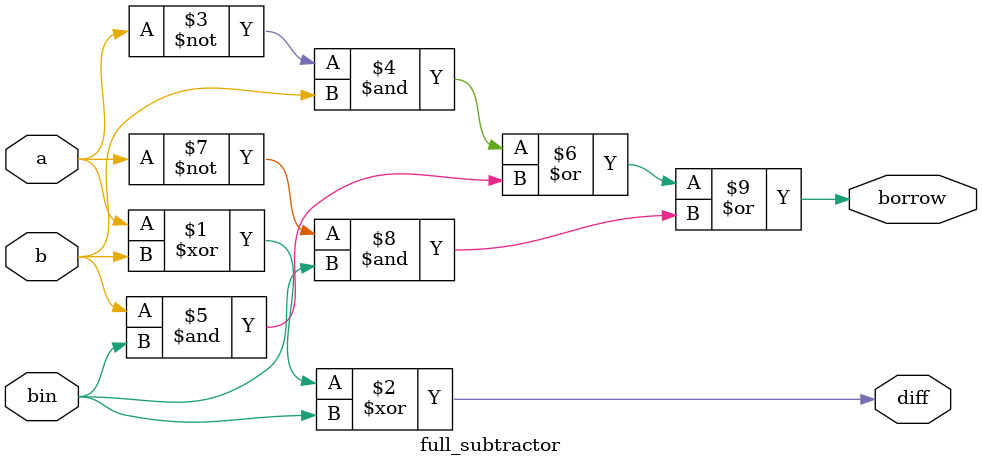
<source format=v>
`timescale 1ns / 1ps

module nbit_subtractor(a,b,diff,borrow);
	parameter N = 8;
	input [N-1:0] a,b;
	output [N-1:0] diff;
	output borrow;
	
	wire [N-1:0] borrow_chain;
	
	full_subtractor uut(.a(a[0]),.b(b[0]),.bin(1'b0),.diff(diff[0]),.borrow(borrow_chain[0]));
	
	genvar i;
	generate
	for(i=1;i<N;i=i+1) begin : LOOP
		full_subtractor uut1(.a(a[i]),.b(b[i]),.bin(borrow_chain[i-1]),.diff(diff[i]),.borrow(borrow_chain[i]));
	end
	endgenerate
	assign borrow = borrow_chain[N-1];

endmodule

module full_subtractor(a,b,bin,diff,borrow);
	input a,b;
	input bin;
	output diff, borrow;
	
	assign diff = a ^ b ^ bin;
	assign borrow = (~a & b)|(b & bin)|(~a & bin);
endmodule

</source>
